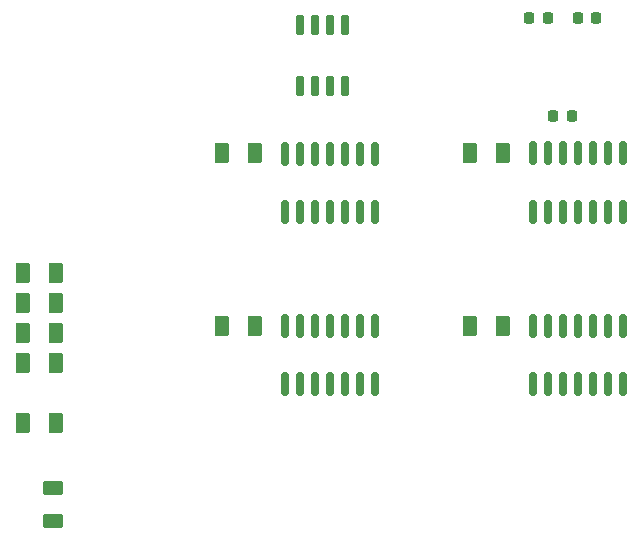
<source format=gtp>
G04 #@! TF.GenerationSoftware,KiCad,Pcbnew,(6.0.7)*
G04 #@! TF.CreationDate,2022-09-30T10:08:23+09:00*
G04 #@! TF.ProjectId,fdshield,66647368-6965-46c6-942e-6b696361645f,rev?*
G04 #@! TF.SameCoordinates,Original*
G04 #@! TF.FileFunction,Paste,Top*
G04 #@! TF.FilePolarity,Positive*
%FSLAX46Y46*%
G04 Gerber Fmt 4.6, Leading zero omitted, Abs format (unit mm)*
G04 Created by KiCad (PCBNEW (6.0.7)) date 2022-09-30 10:08:23*
%MOMM*%
%LPD*%
G01*
G04 APERTURE LIST*
G04 Aperture macros list*
%AMRoundRect*
0 Rectangle with rounded corners*
0 $1 Rounding radius*
0 $2 $3 $4 $5 $6 $7 $8 $9 X,Y pos of 4 corners*
0 Add a 4 corners polygon primitive as box body*
4,1,4,$2,$3,$4,$5,$6,$7,$8,$9,$2,$3,0*
0 Add four circle primitives for the rounded corners*
1,1,$1+$1,$2,$3*
1,1,$1+$1,$4,$5*
1,1,$1+$1,$6,$7*
1,1,$1+$1,$8,$9*
0 Add four rect primitives between the rounded corners*
20,1,$1+$1,$2,$3,$4,$5,0*
20,1,$1+$1,$4,$5,$6,$7,0*
20,1,$1+$1,$6,$7,$8,$9,0*
20,1,$1+$1,$8,$9,$2,$3,0*%
G04 Aperture macros list end*
%ADD10RoundRect,0.250000X0.625000X-0.375000X0.625000X0.375000X-0.625000X0.375000X-0.625000X-0.375000X0*%
%ADD11RoundRect,0.250000X-0.375000X-0.625000X0.375000X-0.625000X0.375000X0.625000X-0.375000X0.625000X0*%
%ADD12RoundRect,0.250000X0.375000X0.625000X-0.375000X0.625000X-0.375000X-0.625000X0.375000X-0.625000X0*%
%ADD13RoundRect,0.150000X0.150000X-0.825000X0.150000X0.825000X-0.150000X0.825000X-0.150000X-0.825000X0*%
%ADD14RoundRect,0.150000X0.150000X-0.725000X0.150000X0.725000X-0.150000X0.725000X-0.150000X-0.725000X0*%
%ADD15RoundRect,0.218750X-0.218750X-0.256250X0.218750X-0.256250X0.218750X0.256250X-0.218750X0.256250X0*%
%ADD16RoundRect,0.218750X0.218750X0.256250X-0.218750X0.256250X-0.218750X-0.256250X0.218750X-0.256250X0*%
G04 APERTURE END LIST*
D10*
G04 #@! TO.C,R6*
X120523000Y-123190000D03*
X120523000Y-120390000D03*
G04 #@! TD*
D11*
G04 #@! TO.C,R5*
X117983000Y-114935000D03*
X120783000Y-114935000D03*
G04 #@! TD*
G04 #@! TO.C,R4*
X117983000Y-109855000D03*
X120783000Y-109855000D03*
G04 #@! TD*
G04 #@! TO.C,R3*
X117983000Y-107315000D03*
X120783000Y-107315000D03*
G04 #@! TD*
G04 #@! TO.C,R2*
X117983000Y-104775000D03*
X120783000Y-104775000D03*
G04 #@! TD*
G04 #@! TO.C,R1*
X117983000Y-102235000D03*
X120783000Y-102235000D03*
G04 #@! TD*
D12*
G04 #@! TO.C,C2*
X158623000Y-92075000D03*
X155823000Y-92075000D03*
G04 #@! TD*
G04 #@! TO.C,C4*
X158623000Y-106680000D03*
X155823000Y-106680000D03*
G04 #@! TD*
G04 #@! TO.C,C3*
X137668000Y-106680000D03*
X134868000Y-106680000D03*
G04 #@! TD*
G04 #@! TO.C,C1*
X137668000Y-92075000D03*
X134868000Y-92075000D03*
G04 #@! TD*
D13*
G04 #@! TO.C,U1*
X161163000Y-111630000D03*
X162433000Y-111630000D03*
X163703000Y-111630000D03*
X164973000Y-111630000D03*
X166243000Y-111630000D03*
X167513000Y-111630000D03*
X168783000Y-111630000D03*
X168783000Y-106680000D03*
X167513000Y-106680000D03*
X166243000Y-106680000D03*
X164973000Y-106680000D03*
X163703000Y-106680000D03*
X162433000Y-106680000D03*
X161163000Y-106680000D03*
G04 #@! TD*
G04 #@! TO.C,U3*
X140208000Y-111630000D03*
X141478000Y-111630000D03*
X142748000Y-111630000D03*
X144018000Y-111630000D03*
X145288000Y-111630000D03*
X146558000Y-111630000D03*
X147828000Y-111630000D03*
X147828000Y-106680000D03*
X146558000Y-106680000D03*
X145288000Y-106680000D03*
X144018000Y-106680000D03*
X142748000Y-106680000D03*
X141478000Y-106680000D03*
X140208000Y-106680000D03*
G04 #@! TD*
G04 #@! TO.C,U4*
X140208000Y-97090000D03*
X141478000Y-97090000D03*
X142748000Y-97090000D03*
X144018000Y-97090000D03*
X145288000Y-97090000D03*
X146558000Y-97090000D03*
X147828000Y-97090000D03*
X147828000Y-92140000D03*
X146558000Y-92140000D03*
X145288000Y-92140000D03*
X144018000Y-92140000D03*
X142748000Y-92140000D03*
X141478000Y-92140000D03*
X140208000Y-92140000D03*
G04 #@! TD*
D14*
G04 #@! TO.C,U5*
X141478000Y-86395000D03*
X142748000Y-86395000D03*
X144018000Y-86395000D03*
X145288000Y-86395000D03*
X145288000Y-81245000D03*
X144018000Y-81245000D03*
X142748000Y-81245000D03*
X141478000Y-81245000D03*
G04 #@! TD*
D15*
G04 #@! TO.C,C5*
X160858000Y-80645000D03*
X162433000Y-80645000D03*
G04 #@! TD*
D16*
G04 #@! TO.C,R7*
X164490500Y-88900000D03*
X162915500Y-88900000D03*
G04 #@! TD*
D13*
G04 #@! TO.C,U6*
X161163000Y-97025000D03*
X162433000Y-97025000D03*
X163703000Y-97025000D03*
X164973000Y-97025000D03*
X166243000Y-97025000D03*
X167513000Y-97025000D03*
X168783000Y-97025000D03*
X168783000Y-92075000D03*
X167513000Y-92075000D03*
X166243000Y-92075000D03*
X164973000Y-92075000D03*
X163703000Y-92075000D03*
X162433000Y-92075000D03*
X161163000Y-92075000D03*
G04 #@! TD*
D16*
G04 #@! TO.C,C6*
X166548000Y-80645000D03*
X164973000Y-80645000D03*
G04 #@! TD*
M02*

</source>
